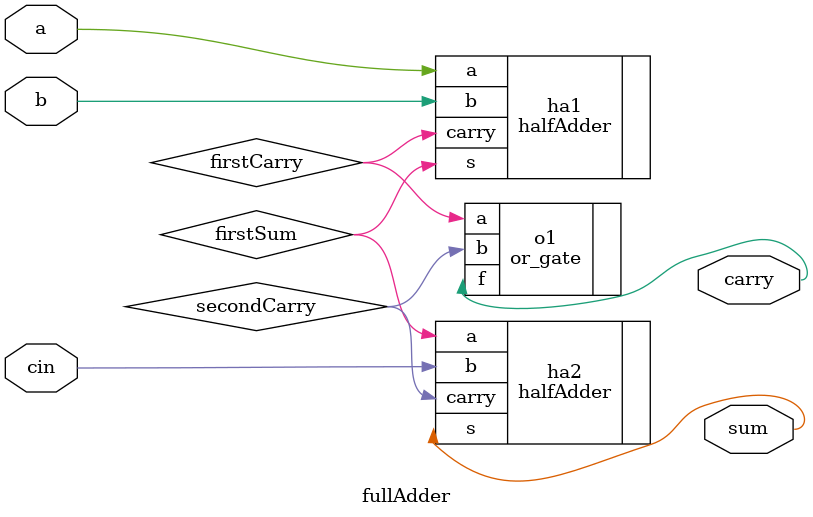
<source format=sv>
`timescale 1ns / 1ps


module fullAdder(
    input a,
    input b,
    input cin,
    output sum,
    output carry
    );

logic firstSum,firstCarry,secondCarry;
halfAdder ha1(.a(a),.b(b),.s(firstSum),.carry(firstCarry));
halfAdder ha2(.a(firstSum),.b(cin),.s(sum),.carry(secondCarry));
or_gate o1(.f(carry),.a(firstCarry),.b(secondCarry));


endmodule

</source>
